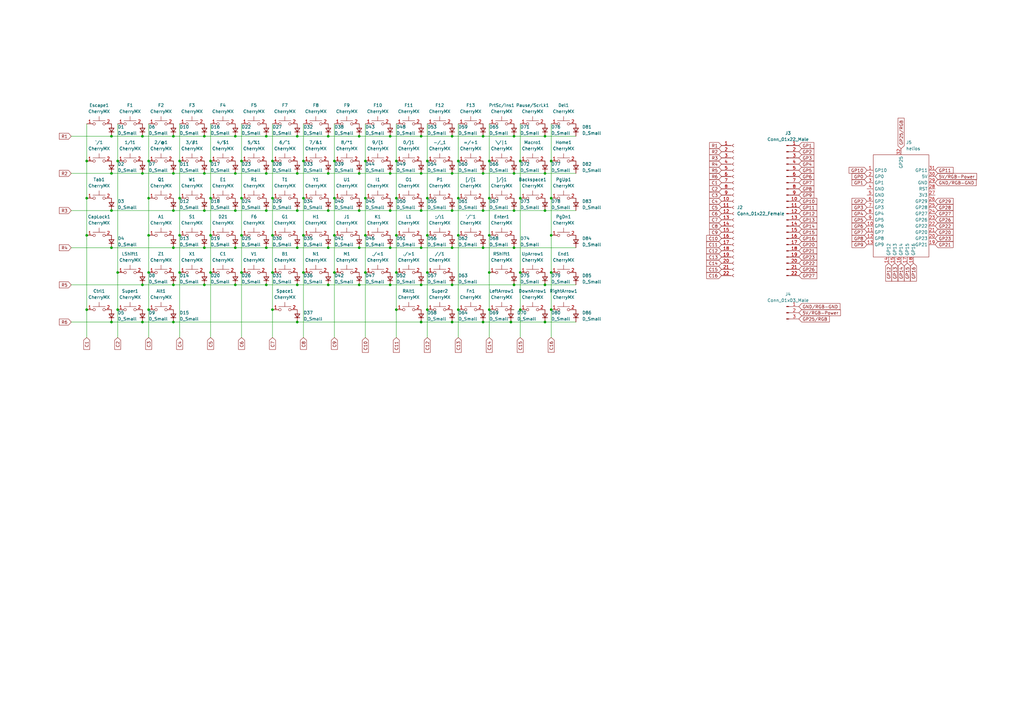
<source format=kicad_sch>
(kicad_sch (version 20211123) (generator eeschema)
  (paper "A3")
  (junction (at 226.06 81.28))
  (junction (at 99.06 96.52))
  (junction (at 96.52 116.84))
  (junction (at 175.26 96.52))
  (junction (at 71.12 55.88))
  (junction (at 124.46 66.04))
  (junction (at 160.02 116.84))
  (junction (at 226.06 66.04))
  (junction (at 187.96 81.28))
  (junction (at 124.46 96.52))
  (junction (at 172.72 86.36))
  (junction (at 71.12 132.08))
  (junction (at 73.66 81.28))
  (junction (at 137.16 81.28))
  (junction (at 187.96 96.52))
  (junction (at 83.82 55.88))
  (junction (at 198.12 132.08))
  (junction (at 58.42 132.08))
  (junction (at 48.26 111.76))
  (junction (at 134.62 55.88))
  (junction (at 160.02 86.36))
  (junction (at 200.66 66.04))
  (junction (at 83.82 116.84))
  (junction (at 160.02 101.6))
  (junction (at 185.42 55.88))
  (junction (at 48.26 66.04))
  (junction (at 134.62 101.6))
  (junction (at 185.42 101.6))
  (junction (at 198.12 71.12))
  (junction (at 73.66 96.52))
  (junction (at 162.56 96.52))
  (junction (at 226.06 127))
  (junction (at 35.56 81.28))
  (junction (at 200.66 81.28))
  (junction (at 198.12 55.88))
  (junction (at 198.12 101.6))
  (junction (at 58.42 116.84))
  (junction (at 175.26 66.04))
  (junction (at 213.36 127))
  (junction (at 35.56 66.04))
  (junction (at 48.26 127))
  (junction (at 200.66 96.52))
  (junction (at 71.12 101.6))
  (junction (at 86.36 111.76))
  (junction (at 147.32 101.6))
  (junction (at 210.82 86.36))
  (junction (at 35.56 127))
  (junction (at 99.06 81.28))
  (junction (at 175.26 111.76))
  (junction (at 121.92 101.6))
  (junction (at 60.96 127))
  (junction (at 223.52 71.12))
  (junction (at 109.22 71.12))
  (junction (at 35.56 96.52))
  (junction (at 147.32 86.36))
  (junction (at 160.02 55.88))
  (junction (at 109.22 101.6))
  (junction (at 109.22 86.36))
  (junction (at 109.22 55.88))
  (junction (at 223.52 55.88))
  (junction (at 149.86 96.52))
  (junction (at 99.06 111.76))
  (junction (at 162.56 66.04))
  (junction (at 124.46 81.28))
  (junction (at 187.96 66.04))
  (junction (at 121.92 116.84))
  (junction (at 60.96 81.28))
  (junction (at 162.56 127))
  (junction (at 175.26 81.28))
  (junction (at 175.26 127))
  (junction (at 111.76 96.52))
  (junction (at 200.66 127))
  (junction (at 147.32 71.12))
  (junction (at 134.62 71.12))
  (junction (at 71.12 86.36))
  (junction (at 111.76 127))
  (junction (at 71.12 71.12))
  (junction (at 226.06 96.52))
  (junction (at 149.86 66.04))
  (junction (at 172.72 101.6))
  (junction (at 121.92 86.36))
  (junction (at 109.22 116.84))
  (junction (at 209.55 132.08))
  (junction (at 147.32 55.88))
  (junction (at 71.12 116.84))
  (junction (at 162.56 81.28))
  (junction (at 86.36 96.52))
  (junction (at 137.16 66.04))
  (junction (at 172.72 116.84))
  (junction (at 223.52 132.08))
  (junction (at 58.42 55.88))
  (junction (at 99.06 66.04))
  (junction (at 162.56 111.76))
  (junction (at 121.92 132.08))
  (junction (at 96.52 86.36))
  (junction (at 172.72 55.88))
  (junction (at 96.52 55.88))
  (junction (at 45.72 101.6))
  (junction (at 83.82 101.6))
  (junction (at 185.42 86.36))
  (junction (at 210.82 101.6))
  (junction (at 83.82 86.36))
  (junction (at 200.66 111.76))
  (junction (at 60.96 96.52))
  (junction (at 86.36 66.04))
  (junction (at 73.66 66.04))
  (junction (at 58.42 71.12))
  (junction (at 226.06 111.76))
  (junction (at 83.82 71.12))
  (junction (at 96.52 71.12))
  (junction (at 160.02 71.12))
  (junction (at 213.36 111.76))
  (junction (at 137.16 96.52))
  (junction (at 121.92 71.12))
  (junction (at 223.52 86.36))
  (junction (at 45.72 132.08))
  (junction (at 111.76 81.28))
  (junction (at 172.72 132.08))
  (junction (at 137.16 111.76))
  (junction (at 185.42 132.08))
  (junction (at 210.82 55.88))
  (junction (at 149.86 81.28))
  (junction (at 185.42 116.84))
  (junction (at 134.62 116.84))
  (junction (at 134.62 86.36))
  (junction (at 111.76 66.04))
  (junction (at 147.32 116.84))
  (junction (at 223.52 116.84))
  (junction (at 149.86 111.76))
  (junction (at 45.72 55.88))
  (junction (at 210.82 71.12))
  (junction (at 86.36 81.28))
  (junction (at 187.96 127))
  (junction (at 213.36 81.28))
  (junction (at 45.72 71.12))
  (junction (at 121.92 55.88))
  (junction (at 124.46 111.76))
  (junction (at 60.96 111.76))
  (junction (at 45.72 86.36))
  (junction (at 198.12 86.36))
  (junction (at 172.72 71.12))
  (junction (at 185.42 71.12))
  (junction (at 210.82 116.84))
  (junction (at 96.52 101.6))
  (junction (at 60.96 66.04))
  (junction (at 73.66 111.76))
  (junction (at 213.36 66.04))
  (junction (at 111.76 111.76))
  (wire (pts (xy 185.42 71.12) (xy 198.12 71.12)))
  (wire (pts (xy 223.52 116.84) (xy 236.22 116.84)))
  (wire (pts (xy 29.21 132.08) (xy 45.72 132.08)))
  (wire (pts (xy 71.12 55.88) (xy 83.82 55.88)))
  (wire (pts (xy 226.06 81.28) (xy 226.06 96.52)))
  (wire (pts (xy 121.92 55.88) (xy 134.62 55.88)))
  (wire (pts (xy 83.82 101.6) (xy 96.52 101.6)))
  (wire (pts (xy 213.36 127) (xy 213.36 138.43)))
  (wire (pts (xy 200.66 50.8) (xy 200.66 66.04)))
  (wire (pts (xy 109.22 101.6) (xy 121.92 101.6)))
  (wire (pts (xy 198.12 86.36) (xy 210.82 86.36)))
  (wire (pts (xy 48.26 127) (xy 48.26 138.43)))
  (wire (pts (xy 96.52 86.36) (xy 109.22 86.36)))
  (wire (pts (xy 73.66 81.28) (xy 73.66 96.52)))
  (wire (pts (xy 172.72 71.12) (xy 185.42 71.12)))
  (wire (pts (xy 213.36 111.76) (xy 213.36 127)))
  (wire (pts (xy 147.32 86.36) (xy 160.02 86.36)))
  (wire (pts (xy 71.12 86.36) (xy 83.82 86.36)))
  (wire (pts (xy 147.32 55.88) (xy 160.02 55.88)))
  (wire (pts (xy 99.06 66.04) (xy 99.06 81.28)))
  (wire (pts (xy 99.06 96.52) (xy 99.06 111.76)))
  (wire (pts (xy 60.96 66.04) (xy 60.96 81.28)))
  (wire (pts (xy 29.21 116.84) (xy 58.42 116.84)))
  (wire (pts (xy 124.46 50.8) (xy 124.46 66.04)))
  (wire (pts (xy 111.76 66.04) (xy 111.76 81.28)))
  (wire (pts (xy 198.12 132.08) (xy 209.55 132.08)))
  (wire (pts (xy 58.42 116.84) (xy 71.12 116.84)))
  (wire (pts (xy 226.06 111.76) (xy 226.06 127)))
  (wire (pts (xy 185.42 55.88) (xy 198.12 55.88)))
  (wire (pts (xy 121.92 101.6) (xy 134.62 101.6)))
  (wire (pts (xy 83.82 55.88) (xy 96.52 55.88)))
  (wire (pts (xy 228.6 86.36) (xy 236.22 86.36)))
  (wire (pts (xy 121.92 71.12) (xy 134.62 71.12)))
  (wire (pts (xy 86.36 66.04) (xy 86.36 81.28)))
  (wire (pts (xy 86.36 81.28) (xy 86.36 96.52)))
  (wire (pts (xy 172.72 132.08) (xy 185.42 132.08)))
  (wire (pts (xy 198.12 71.12) (xy 210.82 71.12)))
  (wire (pts (xy 187.96 127) (xy 187.96 138.43)))
  (wire (pts (xy 45.72 101.6) (xy 71.12 101.6)))
  (wire (pts (xy 137.16 66.04) (xy 137.16 81.28)))
  (wire (pts (xy 175.26 127) (xy 175.26 138.43)))
  (wire (pts (xy 175.26 96.52) (xy 175.26 111.76)))
  (wire (pts (xy 109.22 55.88) (xy 121.92 55.88)))
  (wire (pts (xy 60.96 96.52) (xy 60.96 111.76)))
  (wire (pts (xy 48.26 50.8) (xy 48.26 66.04)))
  (wire (pts (xy 124.46 111.76) (xy 124.46 138.43)))
  (wire (pts (xy 160.02 55.88) (xy 172.72 55.88)))
  (wire (pts (xy 35.56 66.04) (xy 35.56 81.28)))
  (wire (pts (xy 60.96 127) (xy 60.96 138.43)))
  (wire (pts (xy 198.12 55.88) (xy 210.82 55.88)))
  (wire (pts (xy 213.36 81.28) (xy 213.36 111.76)))
  (wire (pts (xy 172.72 55.88) (xy 185.42 55.88)))
  (wire (pts (xy 187.96 66.04) (xy 187.96 81.28)))
  (wire (pts (xy 111.76 111.76) (xy 111.76 127)))
  (wire (pts (xy 35.56 96.52) (xy 35.56 127)))
  (wire (pts (xy 213.36 50.8) (xy 213.36 66.04)))
  (wire (pts (xy 60.96 50.8) (xy 60.96 66.04)))
  (wire (pts (xy 210.82 101.6) (xy 236.22 101.6)))
  (wire (pts (xy 35.56 50.8) (xy 35.56 66.04)))
  (wire (pts (xy 185.42 101.6) (xy 198.12 101.6)))
  (wire (pts (xy 109.22 71.12) (xy 121.92 71.12)))
  (wire (pts (xy 73.66 111.76) (xy 73.66 138.43)))
  (wire (pts (xy 121.92 86.36) (xy 134.62 86.36)))
  (wire (pts (xy 48.26 66.04) (xy 48.26 111.76)))
  (wire (pts (xy 147.32 71.12) (xy 160.02 71.12)))
  (wire (pts (xy 35.56 81.28) (xy 35.56 96.52)))
  (wire (pts (xy 137.16 96.52) (xy 137.16 111.76)))
  (wire (pts (xy 73.66 96.52) (xy 73.66 111.76)))
  (wire (pts (xy 137.16 81.28) (xy 137.16 96.52)))
  (wire (pts (xy 213.36 66.04) (xy 213.36 81.28)))
  (wire (pts (xy 162.56 111.76) (xy 162.56 127)))
  (wire (pts (xy 160.02 101.6) (xy 172.72 101.6)))
  (wire (pts (xy 175.26 111.76) (xy 175.26 127)))
  (wire (pts (xy 45.72 86.36) (xy 71.12 86.36)))
  (wire (pts (xy 45.72 132.08) (xy 58.42 132.08)))
  (wire (pts (xy 223.52 132.08) (xy 236.22 132.08)))
  (wire (pts (xy 200.66 66.04) (xy 200.66 81.28)))
  (wire (pts (xy 226.06 50.8) (xy 226.06 66.04)))
  (wire (pts (xy 223.52 55.88) (xy 236.22 55.88)))
  (wire (pts (xy 96.52 116.84) (xy 109.22 116.84)))
  (wire (pts (xy 209.55 127) (xy 210.82 127)))
  (wire (pts (xy 210.82 55.88) (xy 223.52 55.88)))
  (wire (pts (xy 111.76 50.8) (xy 111.76 66.04)))
  (wire (pts (xy 86.36 111.76) (xy 86.36 138.43)))
  (wire (pts (xy 58.42 71.12) (xy 71.12 71.12)))
  (wire (pts (xy 124.46 96.52) (xy 124.46 111.76)))
  (wire (pts (xy 58.42 132.08) (xy 71.12 132.08)))
  (wire (pts (xy 200.66 96.52) (xy 200.66 111.76)))
  (wire (pts (xy 124.46 81.28) (xy 124.46 96.52)))
  (wire (pts (xy 29.21 71.12) (xy 45.72 71.12)))
  (wire (pts (xy 175.26 66.04) (xy 175.26 81.28)))
  (wire (pts (xy 109.22 86.36) (xy 121.92 86.36)))
  (wire (pts (xy 137.16 50.8) (xy 137.16 66.04)))
  (wire (pts (xy 226.06 127) (xy 226.06 138.43)))
  (wire (pts (xy 48.26 111.76) (xy 48.26 127)))
  (wire (pts (xy 160.02 71.12) (xy 172.72 71.12)))
  (wire (pts (xy 83.82 116.84) (xy 96.52 116.84)))
  (wire (pts (xy 111.76 96.52) (xy 111.76 111.76)))
  (wire (pts (xy 198.12 101.6) (xy 210.82 101.6)))
  (wire (pts (xy 109.22 116.84) (xy 121.92 116.84)))
  (wire (pts (xy 175.26 50.8) (xy 175.26 66.04)))
  (wire (pts (xy 149.86 81.28) (xy 149.86 96.52)))
  (wire (pts (xy 99.06 111.76) (xy 99.06 138.43)))
  (wire (pts (xy 134.62 86.36) (xy 147.32 86.36)))
  (wire (pts (xy 58.42 55.88) (xy 71.12 55.88)))
  (wire (pts (xy 172.72 101.6) (xy 185.42 101.6)))
  (wire (pts (xy 162.56 127) (xy 162.56 138.43)))
  (wire (pts (xy 149.86 111.76) (xy 149.86 138.43)))
  (wire (pts (xy 73.66 50.8) (xy 73.66 66.04)))
  (wire (pts (xy 226.06 96.52) (xy 226.06 111.76)))
  (wire (pts (xy 121.92 132.08) (xy 172.72 132.08)))
  (wire (pts (xy 160.02 116.84) (xy 172.72 116.84)))
  (wire (pts (xy 185.42 132.08) (xy 198.12 132.08)))
  (wire (pts (xy 60.96 111.76) (xy 60.96 127)))
  (wire (pts (xy 160.02 86.36) (xy 172.72 86.36)))
  (wire (pts (xy 99.06 81.28) (xy 99.06 96.52)))
  (wire (pts (xy 200.66 127) (xy 200.66 138.43)))
  (wire (pts (xy 187.96 81.28) (xy 187.96 96.52)))
  (wire (pts (xy 83.82 71.12) (xy 96.52 71.12)))
  (wire (pts (xy 45.72 55.88) (xy 58.42 55.88)))
  (wire (pts (xy 60.96 81.28) (xy 60.96 96.52)))
  (wire (pts (xy 134.62 55.88) (xy 147.32 55.88)))
  (wire (pts (xy 71.12 116.84) (xy 83.82 116.84)))
  (wire (pts (xy 226.06 66.04) (xy 226.06 81.28)))
  (wire (pts (xy 149.86 66.04) (xy 149.86 81.28)))
  (wire (pts (xy 96.52 101.6) (xy 109.22 101.6)))
  (wire (pts (xy 111.76 127) (xy 111.76 138.43)))
  (wire (pts (xy 29.21 86.36) (xy 45.72 86.36)))
  (wire (pts (xy 172.72 86.36) (xy 185.42 86.36)))
  (wire (pts (xy 187.96 96.52) (xy 187.96 127)))
  (wire (pts (xy 45.72 71.12) (xy 58.42 71.12)))
  (wire (pts (xy 29.21 101.6) (xy 45.72 101.6)))
  (wire (pts (xy 121.92 116.84) (xy 134.62 116.84)))
  (wire (pts (xy 29.21 55.88) (xy 45.72 55.88)))
  (wire (pts (xy 96.52 55.88) (xy 109.22 55.88)))
  (wire (pts (xy 149.86 96.52) (xy 149.86 111.76)))
  (wire (pts (xy 223.52 71.12) (xy 236.22 71.12)))
  (wire (pts (xy 134.62 71.12) (xy 147.32 71.12)))
  (wire (pts (xy 71.12 132.08) (xy 121.92 132.08)))
  (wire (pts (xy 210.82 116.84) (xy 223.52 116.84)))
  (wire (pts (xy 111.76 81.28) (xy 111.76 96.52)))
  (wire (pts (xy 124.46 66.04) (xy 124.46 81.28)))
  (wire (pts (xy 200.66 81.28) (xy 200.66 96.52)))
  (wire (pts (xy 147.32 101.6) (xy 160.02 101.6)))
  (wire (pts (xy 210.82 86.36) (xy 223.52 86.36)))
  (wire (pts (xy 35.56 127) (xy 35.56 138.43)))
  (wire (pts (xy 149.86 50.8) (xy 149.86 66.04)))
  (wire (pts (xy 86.36 96.52) (xy 86.36 111.76)))
  (wire (pts (xy 134.62 101.6) (xy 147.32 101.6)))
  (wire (pts (xy 223.52 86.36) (xy 228.6 86.36)))
  (wire (pts (xy 187.96 50.8) (xy 187.96 66.04)))
  (wire (pts (xy 200.66 111.76) (xy 200.66 127)))
  (wire (pts (xy 172.72 116.84) (xy 185.42 116.84)))
  (wire (pts (xy 147.32 116.84) (xy 160.02 116.84)))
  (wire (pts (xy 210.82 71.12) (xy 223.52 71.12)))
  (wire (pts (xy 209.55 132.08) (xy 223.52 132.08)))
  (wire (pts (xy 185.42 86.36) (xy 198.12 86.36)))
  (wire (pts (xy 137.16 111.76) (xy 137.16 138.43)))
  (wire (pts (xy 73.66 66.04) (xy 73.66 81.28)))
  (wire (pts (xy 162.56 66.04) (xy 162.56 81.28)))
  (wire (pts (xy 99.06 50.8) (xy 99.06 66.04)))
  (wire (pts (xy 162.56 96.52) (xy 162.56 111.76)))
  (wire (pts (xy 162.56 50.8) (xy 162.56 66.04)))
  (wire (pts (xy 162.56 81.28) (xy 162.56 96.52)))
  (wire (pts (xy 185.42 116.84) (xy 210.82 116.84)))
  (wire (pts (xy 96.52 71.12) (xy 109.22 71.12)))
  (wire (pts (xy 175.26 81.28) (xy 175.26 96.52)))
  (wire (pts (xy 71.12 71.12) (xy 83.82 71.12)))
  (wire (pts (xy 83.82 86.36) (xy 96.52 86.36)))
  (wire (pts (xy 86.36 50.8) (xy 86.36 66.04)))
  (wire (pts (xy 134.62 116.84) (xy 147.32 116.84)))
  (wire (pts (xy 71.12 101.6) (xy 83.82 101.6)))
  (global_label "GP10" (shape input) (at 355.6 69.85 180) (property "Intersheet References" "${INTERSHEET_REFS}" (effects hide)))
  (global_label "GP16" (shape input) (at 327.66 97.79 0) (property "Intersheet References" "${INTERSHEET_REFS}" (effects hide)))
  (global_label "GP15" (shape input) (at 372.11 107.95 270) (property "Intersheet References" "${INTERSHEET_REFS}" (effects hide)))
  (global_label "GND{slash}RGB-GND" (shape input) (at 327.66 125.73 0) (property "Intersheet References" "${INTERSHEET_REFS}" (effects hide)))
  (global_label "GP11" (shape input) (at 327.66 85.09 0) (property "Intersheet References" "${INTERSHEET_REFS}" (effects hide)))
  (global_label "C9" (shape input) (at 295.91 95.25 180) (property "Intersheet References" "${INTERSHEET_REFS}" (effects hide)))
  (global_label "C15" (shape input) (at 213.36 138.43 270) (property "Intersheet References" "${INTERSHEET_REFS}" (effects hide)))
  (global_label "R5" (shape input) (at 29.21 116.84 180) (property "Intersheet References" "${INTERSHEET_REFS}" (effects hide)))
  (global_label "GP27" (shape input) (at 383.54 87.63 0) (property "Intersheet References" "${INTERSHEET_REFS}" (effects hide)))
  (global_label "GP6" (shape input) (at 327.66 72.39 0) (property "Intersheet References" "${INTERSHEET_REFS}" (effects hide)))
  (global_label "C13" (shape input) (at 295.91 105.41 180) (property "Intersheet References" "${INTERSHEET_REFS}" (effects hide)))
  (global_label "GND{slash}RGB-GND" (shape input) (at 383.54 74.93 0) (property "Intersheet References" "${INTERSHEET_REFS}" (effects hide)))
  (global_label "R2" (shape input) (at 29.21 71.12 180) (property "Intersheet References" "${INTERSHEET_REFS}" (effects hide)))
  (global_label "C7" (shape input) (at 111.76 138.43 270) (property "Intersheet References" "${INTERSHEET_REFS}" (effects hide)))
  (global_label "C10" (shape input) (at 295.91 97.79 180) (property "Intersheet References" "${INTERSHEET_REFS}" (effects hide)))
  (global_label "C6" (shape input) (at 295.91 87.63 180) (property "Intersheet References" "${INTERSHEET_REFS}" (effects hide)))
  (global_label "R5" (shape input) (at 295.91 69.85 180) (property "Intersheet References" "${INTERSHEET_REFS}" (effects hide)))
  (global_label "C4" (shape input) (at 295.91 82.55 180) (property "Intersheet References" "${INTERSHEET_REFS}" (effects hide)))
  (global_label "GP23" (shape input) (at 327.66 105.41 0) (property "Intersheet References" "${INTERSHEET_REFS}" (effects hide)))
  (global_label "5V{slash}RGB-Power" (shape input) (at 327.66 128.27 0) (property "Intersheet References" "${INTERSHEET_REFS}" (effects hide)))
  (global_label "GP14" (shape input) (at 327.66 92.71 0) (property "Intersheet References" "${INTERSHEET_REFS}" (effects hide)))
  (global_label "C8" (shape input) (at 295.91 92.71 180) (property "Intersheet References" "${INTERSHEET_REFS}" (effects hide)))
  (global_label "GP1" (shape input) (at 355.6 74.93 180) (property "Intersheet References" "${INTERSHEET_REFS}" (effects hide)))
  (global_label "C11" (shape input) (at 162.56 138.43 270) (property "Intersheet References" "${INTERSHEET_REFS}" (effects hide)))
  (global_label "GP29" (shape input) (at 383.54 82.55 0) (property "Intersheet References" "${INTERSHEET_REFS}" (effects hide)))
  (global_label "R2" (shape input) (at 295.91 62.23 180) (property "Intersheet References" "${INTERSHEET_REFS}" (effects hide)))
  (global_label "C4" (shape input) (at 73.66 138.43 270) (property "Intersheet References" "${INTERSHEET_REFS}" (effects hide)))
  (global_label "GP4" (shape input) (at 355.6 87.63 180) (property "Intersheet References" "${INTERSHEET_REFS}" (effects hide)))
  (global_label "GP7" (shape input) (at 327.66 74.93 0) (property "Intersheet References" "${INTERSHEET_REFS}" (effects hide)))
  (global_label "GP5" (shape input) (at 355.6 90.17 180) (property "Intersheet References" "${INTERSHEET_REFS}" (effects hide)))
  (global_label "GP23" (shape input) (at 383.54 97.79 0) (property "Intersheet References" "${INTERSHEET_REFS}" (effects hide)))
  (global_label "GP7" (shape input) (at 355.6 95.25 180) (property "Intersheet References" "${INTERSHEET_REFS}" (effects hide)))
  (global_label "GP13" (shape input) (at 367.03 107.95 270) (property "Intersheet References" "${INTERSHEET_REFS}" (effects hide)))
  (global_label "GP25{slash}RGB" (shape input) (at 369.57 60.96 90) (property "Intersheet References" "${INTERSHEET_REFS}" (effects hide)))
  (global_label "C1" (shape input) (at 35.56 138.43 270) (property "Intersheet References" "${INTERSHEET_REFS}" (effects hide)))
  (global_label "GP1" (shape input) (at 327.66 59.69 0) (property "Intersheet References" "${INTERSHEET_REFS}" (effects hide)))
  (global_label "GP3" (shape input) (at 327.66 64.77 0) (property "Intersheet References" "${INTERSHEET_REFS}" (effects hide)))
  (global_label "C15" (shape input) (at 295.91 110.49 180) (property "Intersheet References" "${INTERSHEET_REFS}" (effects hide)))
  (global_label "GP20" (shape input) (at 327.66 100.33 0) (property "Intersheet References" "${INTERSHEET_REFS}" (effects hide)))
  (global_label "GP8" (shape input) (at 327.66 77.47 0) (property "Intersheet References" "${INTERSHEET_REFS}" (effects hide)))
  (global_label "GP21" (shape input) (at 383.54 100.33 0) (property "Intersheet References" "${INTERSHEET_REFS}" (effects hide)))
  (global_label "GP2" (shape input) (at 355.6 82.55 180) (property "Intersheet References" "${INTERSHEET_REFS}" (effects hide)))
  (global_label "GP9" (shape input) (at 355.6 100.33 180) (property "Intersheet References" "${INTERSHEET_REFS}" (effects hide)))
  (global_label "R1" (shape input) (at 295.91 59.69 180) (property "Intersheet References" "${INTERSHEET_REFS}" (effects hide)))
  (global_label "C12" (shape input) (at 295.91 102.87 180) (property "Intersheet References" "${INTERSHEET_REFS}" (effects hide)))
  (global_label "C14" (shape input) (at 295.91 107.95 180) (property "Intersheet References" "${INTERSHEET_REFS}" (effects hide)))
  (global_label "C7" (shape input) (at 295.91 90.17 180) (property "Intersheet References" "${INTERSHEET_REFS}" (effects hide)))
  (global_label "GP10" (shape input) (at 327.66 82.55 0) (property "Intersheet References" "${INTERSHEET_REFS}" (effects hide)))
  (global_label "C2" (shape input) (at 295.91 77.47 180) (property "Intersheet References" "${INTERSHEET_REFS}" (effects hide)))
  (global_label "GP20" (shape input) (at 383.54 95.25 0) (property "Intersheet References" "${INTERSHEET_REFS}" (effects hide)))
  (global_label "GP25{slash}RGB" (shape input) (at 327.66 130.81 0) (property "Intersheet References" "${INTERSHEET_REFS}" (effects hide)))
  (global_label "C2" (shape input) (at 48.26 138.43 270) (property "Intersheet References" "${INTERSHEET_REFS}" (effects hide)))
  (global_label "C9" (shape input) (at 137.16 138.43 270) (property "Intersheet References" "${INTERSHEET_REFS}" (effects hide)))
  (global_label "GP14" (shape input) (at 369.57 107.95 270) (property "Intersheet References" "${INTERSHEET_REFS}" (effects hide)))
  (global_label "C16" (shape input) (at 295.91 113.03 180) (property "Intersheet References" "${INTERSHEET_REFS}" (effects hide)))
  (global_label "GP11" (shape input) (at 383.54 69.85 0) (property "Intersheet References" "${INTERSHEET_REFS}" (effects hide)))
  (global_label "C13" (shape input) (at 187.96 138.43 270) (property "Intersheet References" "${INTERSHEET_REFS}" (effects hide)))
  (global_label "R6" (shape input) (at 29.21 132.08 180) (property "Intersheet References" "${INTERSHEET_REFS}" (effects hide)))
  (global_label "GP2" (shape input) (at 327.66 62.23 0) (property "Intersheet References" "${INTERSHEET_REFS}" (effects hide)))
  (global_label "R3" (shape input) (at 295.91 64.77 180) (property "Intersheet References" "${INTERSHEET_REFS}" (effects hide)))
  (global_label "GP6" (shape input) (at 355.6 92.71 180) (property "Intersheet References" "${INTERSHEET_REFS}" (effects hide)))
  (global_label "C12" (shape input) (at 175.26 138.43 270) (property "Intersheet References" "${INTERSHEET_REFS}" (effects hide)))
  (global_label "GP16" (shape input) (at 374.65 107.95 270) (property "Intersheet References" "${INTERSHEET_REFS}" (effects hide)))
  (global_label "GP26" (shape input) (at 383.54 90.17 0) (property "Intersheet References" "${INTERSHEET_REFS}" (effects hide)))
  (global_label "5V{slash}RGB-Power" (shape input) (at 383.54 72.39 0) (property "Intersheet References" "${INTERSHEET_REFS}" (effects hide)))
  (global_label "GP27" (shape input) (at 327.66 113.03 0) (property "Intersheet References" "${INTERSHEET_REFS}" (effects hide)))
  (global_label "C10" (shape input) (at 149.86 138.43 270) (property "Intersheet References" "${INTERSHEET_REFS}" (effects hide)))
  (global_label "GP8" (shape input) (at 355.6 97.79 180) (property "Intersheet References" "${INTERSHEET_REFS}" (effects hide)))
  (global_label "C5" (shape input) (at 295.91 85.09 180) (property "Intersheet References" "${INTERSHEET_REFS}" (effects hide)))
  (global_label "GP4" (shape input) (at 327.66 67.31 0) (property "Intersheet References" "${INTERSHEET_REFS}" (effects hide)))
  (global_label "R3" (shape input) (at 29.21 86.36 180) (property "Intersheet References" "${INTERSHEET_REFS}" (effects hide)))
  (global_label "C11" (shape input) (at 295.91 100.33 180) (property "Intersheet References" "${INTERSHEET_REFS}" (effects hide)))
  (global_label "GP22" (shape input) (at 327.66 107.95 0) (property "Intersheet References" "${INTERSHEET_REFS}" (effects hide)))
  (global_label "C1" (shape input) (at 295.91 74.93 180) (property "Intersheet References" "${INTERSHEET_REFS}" (effects hide)))
  (global_label "C14" (shape input) (at 200.66 138.43 270) (property "Intersheet References" "${INTERSHEET_REFS}" (effects hide)))
  (global_label "C3" (shape input) (at 295.91 80.01 180) (property "Intersheet References" "${INTERSHEET_REFS}" (effects hide)))
  (global_label "C16" (shape input) (at 226.06 138.3955 270) (property "Intersheet References" "${INTERSHEET_REFS}" (effects hide)))
  (global_label "GP15" (shape input) (at 327.66 95.25 0) (property "Intersheet References" "${INTERSHEET_REFS}" (effects hide)))
  (global_label "C3" (shape input) (at 60.96 138.43 270) (property "Intersheet References" "${INTERSHEET_REFS}" (effects hide)))
  (global_label "GP3" (shape input) (at 355.6 85.09 180) (property "Intersheet References" "${INTERSHEET_REFS}" (effects hide)))
  (global_label "GP21" (shape input) (at 327.66 102.87 0) (property "Intersheet References" "${INTERSHEET_REFS}" (effects hide)))
  (global_label "GP22" (shape input) (at 383.54 92.71 0) (property "Intersheet References" "${INTERSHEET_REFS}" (effects hide)))
  (global_label "GP5" (shape input) (at 327.66 69.85 0) (property "Intersheet References" "${INTERSHEET_REFS}" (effects hide)))
  (global_label "R4" (shape input) (at 29.21 101.6 180) (property "Intersheet References" "${INTERSHEET_REFS}" (effects hide)))
  (global_label "GP9" (shape input) (at 327.66 80.01 0) (property "Intersheet References" "${INTERSHEET_REFS}" (effects hide)))
  (global_label "GP12" (shape input) (at 364.49 107.95 270) (property "Intersheet References" "${INTERSHEET_REFS}" (effects hide)))
  (global_label "GP0" (shape input) (at 355.6 72.39 180) (property "Intersheet References" "${INTERSHEET_REFS}" (effects hide)))
  (global_label "GP28" (shape input) (at 383.54 85.09 0) (property "Intersheet References" "${INTERSHEET_REFS}" (effects hide)))
  (global_label "GP12" (shape input) (at 327.66 87.63 0) (property "Intersheet References" "${INTERSHEET_REFS}" (effects hide)))
  (global_label "C6" (shape input) (at 99.06 138.43 270) (property "Intersheet References" "${INTERSHEET_REFS}" (effects hide)))
  (global_label "R1" (shape input) (at 29.21 55.88 180) (property "Intersheet References" "${INTERSHEET_REFS}" (effects hide)))
  (global_label "R6" (shape input) (at 295.91 72.39 180) (property "Intersheet References" "${INTERSHEET_REFS}" (effects hide)))
  (global_label "C5" (shape input) (at 86.36 138.43 270) (property "Intersheet References" "${INTERSHEET_REFS}" (effects hide)))
  (global_label "GP13" (shape input) (at 327.66 90.17 0) (property "Intersheet References" "${INTERSHEET_REFS}" (effects hide)))
  (global_label "C8" (shape input) (at 124.46 138.43 270) (property "Intersheet References" "${INTERSHEET_REFS}" (effects hide)))
  (global_label "GP26" (shape input) (at 327.66 110.49 0) (property "Intersheet References" "${INTERSHEET_REFS}" (effects hide)))
  (global_label "R4" (shape input) (at 295.91 67.31 180) (property "Intersheet References" "${INTERSHEET_REFS}" (effects hide)))
  (symbol (lib_id "CherryMX:CherryMX") (at 40.64 127 0) (unit 1)
    (property "Reference" "Ctrl1" (at 40.64 119.38 0))
    (property "Value" "CherryMX" (at 40.64 121.92 0))
    (property "Footprint" "Button_Switch_Keyboard:SW_Cherry_MX_1.25u_PCB" (effects hide))
  )
  (symbol (lib_id "Device:D_Small") (at 96.52 53.34 90) (unit 1)
    (property "Reference" "D22" (at 99.06 52.0699 90) (effects (justify right)))
    (property "Value" "D_Small" (at 99.06 54.6099 90) (effects (justify right)))
    (property "Footprint" "Diode_SMD:D_SOD-123" (effects hide))
  )
  (symbol (lib_id "CherryMX:CherryMX") (at 180.34 50.8 0) (unit 1)
    (property "Reference" "F12" (at 180.34 43.18 0))
    (property "Value" "CherryMX" (at 180.34 45.72 0))
    (property "Footprint" "Button_Switch_Keyboard:SW_Cherry_MX_1.00u_PCB" (effects hide))
  )
  (symbol (lib_id "CherryMX:CherryMX") (at 142.24 81.28 0) (unit 1)
    (property "Reference" "U1" (at 142.24 73.66 0))
    (property "Value" "CherryMX" (at 142.24 76.2 0))
    (property "Footprint" "Button_Switch_Keyboard:SW_Cherry_MX_1.00u_PCB" (effects hide))
  )
  (symbol (lib_id "CherryMX:CherryMX") (at 53.34 66.04 0) (unit 1)
    (property "Reference" "1/!1" (at 53.34 58.42 0))
    (property "Value" "CherryMX" (at 53.34 60.96 0))
    (property "Footprint" "Button_Switch_Keyboard:SW_Cherry_MX_1.00u_PCB" (effects hide))
  )
  (symbol (lib_id "CherryMX:CherryMX") (at 218.44 127 0) (unit 1)
    (property "Reference" "DownArrow1" (at 218.44 119.38 0))
    (property "Value" "CherryMX" (at 218.44 121.92 0))
    (property "Footprint" "Button_Switch_Keyboard:SW_Cherry_MX_1.00u_PCB" (effects hide))
  )
  (symbol (lib_id "Device:D_Small") (at 58.42 68.58 90) (unit 1)
    (property "Reference" "D7" (at 60.96 67.3099 90) (effects (justify right)))
    (property "Value" "D_Small" (at 60.96 69.8499 90) (effects (justify right)))
    (property "Footprint" "Diode_SMD:D_SOD-123" (effects hide))
  )
  (symbol (lib_id "CherryMX:CherryMX") (at 129.54 66.04 0) (unit 1)
    (property "Reference" "7/&1" (at 129.54 58.42 0))
    (property "Value" "CherryMX" (at 129.54 60.96 0))
    (property "Footprint" "Button_Switch_Keyboard:SW_Cherry_MX_1.00u_PCB" (effects hide))
  )
  (symbol (lib_id "CherryMX:CherryMX") (at 142.24 96.52 0) (unit 1)
    (property "Reference" "J1" (at 142.24 88.9 0))
    (property "Value" "CherryMX" (at 142.24 91.44 0))
    (property "Footprint" "Button_Switch_Keyboard:SW_Cherry_MX_1.00u_PCB" (effects hide))
  )
  (symbol (lib_id "CherryMX:CherryMX") (at 53.34 111.76 0) (unit 1)
    (property "Reference" "LShift1" (at 53.34 104.14 0))
    (property "Value" "CherryMX" (at 53.34 106.68 0))
    (property "Footprint" "Button_Switch_Keyboard:SW_Cherry_MX_2.25u_PCB" (effects hide))
  )
  (symbol (lib_id "CherryMX:CherryMX") (at 116.84 111.76 0) (unit 1)
    (property "Reference" "B1" (at 116.84 104.14 0))
    (property "Value" "CherryMX" (at 116.84 106.68 0))
    (property "Footprint" "Button_Switch_Keyboard:SW_Cherry_MX_1.00u_PCB" (effects hide))
  )
  (symbol (lib_id "CherryMX:CherryMX") (at 116.84 50.8 0) (unit 1)
    (property "Reference" "F7" (at 116.84 43.18 0))
    (property "Value" "CherryMX" (at 116.84 45.72 0))
    (property "Footprint" "Button_Switch_Keyboard:SW_Cherry_MX_1.00u_PCB" (effects hide))
  )
  (symbol (lib_id "Device:D_Small") (at 134.62 114.3 90) (unit 1)
    (property "Reference" "D42" (at 137.16 113.0299 90) (effects (justify right)))
    (property "Value" "D_Small" (at 137.16 115.5699 90) (effects (justify right)))
    (property "Footprint" "Diode_SMD:D_SOD-123" (effects hide))
  )
  (symbol (lib_id "Device:D_Small") (at 223.52 114.3 90) (unit 1)
    (property "Reference" "D79" (at 226.06 113.0299 90) (effects (justify right)))
    (property "Value" "D_Small" (at 226.06 115.5699 90) (effects (justify right)))
    (property "Footprint" "Diode_SMD:D_SOD-123" (effects hide))
  )
  (symbol (lib_id "Connector:Conn_01x22_Female") (at 300.99 85.09 0) (unit 1)
    (property "Reference" "J2" (at 302.26 85.0899 0) (effects (justify left)))
    (property "Value" "Conn_01x22_Female" (at 302.26 87.6299 0) (effects (justify left)))
    (property "Footprint" "Connector_FFC-FPC:Hirose_FH12-22S-0.5SH_1x22-1MP_P0.50mm_Horizontal" (effects hide))
  )
  (symbol (lib_id "Device:D_Small") (at 134.62 83.82 90) (unit 1)
    (property "Reference" "D40" (at 137.16 82.5499 90) (effects (justify right)))
    (property "Value" "D_Small" (at 137.16 85.0899 90) (effects (justify right)))
    (property "Footprint" "Diode_SMD:D_SOD-123" (effects hide))
  )
  (symbol (lib_id "Device:D_Small") (at 236.22 114.3 90) (unit 1)
    (property "Reference" "D85" (at 238.76 113.0299 90) (effects (justify right)))
    (property "Value" "D_Small" (at 238.76 115.5699 90) (effects (justify right)))
    (property "Footprint" "Diode_SMD:D_SOD-123" (effects hide))
  )
  (symbol (lib_id "CherryMX:CherryMX") (at 167.64 50.8 0) (unit 1)
    (property "Reference" "F11" (at 167.64 43.18 0))
    (property "Value" "CherryMX" (at 167.64 45.72 0))
    (property "Footprint" "Button_Switch_Keyboard:SW_Cherry_MX_1.00u_PCB" (effects hide))
  )
  (symbol (lib_id "Device:D_Small") (at 45.72 99.06 90) (unit 1)
    (property "Reference" "D4" (at 48.26 97.7899 90) (effects (justify right)))
    (property "Value" "D_Small" (at 48.26 100.3299 90) (effects (justify right)))
    (property "Footprint" "Diode_SMD:D_SOD-123" (effects hide))
  )
  (symbol (lib_id "Device:D_Small") (at 147.32 83.82 90) (unit 1)
    (property "Reference" "D45" (at 149.86 82.5499 90) (effects (justify right)))
    (property "Value" "D_Small" (at 149.86 85.0899 90) (effects (justify right)))
    (property "Footprint" "Diode_SMD:D_SOD-123" (effects hide))
  )
  (symbol (lib_id "CherryMX:CherryMX") (at 116.84 81.28 0) (unit 1)
    (property "Reference" "T1" (at 116.84 73.66 0))
    (property "Value" "CherryMX" (at 116.84 76.2 0))
    (property "Footprint" "Button_Switch_Keyboard:SW_Cherry_MX_1.00u_PCB" (effects hide))
  )
  (symbol (lib_id "Device:D_Small") (at 185.42 83.82 90) (unit 1)
    (property "Reference" "D61" (at 187.96 82.5499 90) (effects (justify right)))
    (property "Value" "D_Small" (at 187.96 85.0899 90) (effects (justify right)))
    (property "Footprint" "Diode_SMD:D_SOD-123" (effects hide))
  )
  (symbol (lib_id "CherryMX:CherryMX") (at 167.64 127 0) (unit 1)
    (property "Reference" "RAlt1" (at 167.64 119.38 0))
    (property "Value" "CherryMX" (at 167.64 121.92 0))
    (property "Footprint" "Button_Switch_Keyboard:SW_Cherry_MX_1.25u_PCB" (effects hide))
  )
  (symbol (lib_id "Device:D_Small") (at 172.72 129.54 90) (unit 1)
    (property "Reference" "D58" (at 175.26 128.2699 90) (effects (justify right)))
    (property "Value" "D_Small" (at 175.26 130.8099 90) (effects (justify right)))
    (property "Footprint" "Diode_SMD:D_SOD-123" (effects hide))
  )
  (symbol (lib_id "Device:D_Small") (at 210.82 114.3 90) (unit 1)
    (property "Reference" "D75" (at 213.36 113.0299 90) (effects (justify right)))
    (property "Value" "D_Small" (at 213.36 115.5699 90) (effects (justify right)))
    (property "Footprint" "Diode_SMD:D_SOD-123" (effects hide))
  )
  (symbol (lib_id "CherryMX:CherryMX") (at 167.64 96.52 0) (unit 1)
    (property "Reference" "L1" (at 167.64 88.9 0))
    (property "Value" "CherryMX" (at 167.64 91.44 0))
    (property "Footprint" "Button_Switch_Keyboard:SW_Cherry_MX_1.00u_PCB" (effects hide))
  )
  (symbol (lib_id "CherryMX:CherryMX") (at 91.44 66.04 0) (unit 1)
    (property "Reference" "4/$1" (at 91.44 58.42 0))
    (property "Value" "CherryMX" (at 91.44 60.96 0))
    (property "Footprint" "Button_Switch_Keyboard:SW_Cherry_MX_1.00u_PCB" (effects hide))
  )
  (symbol (lib_id "Device:D_Small") (at 58.42 114.3 90) (unit 1)
    (property "Reference" "D8" (at 60.96 113.0299 90) (effects (justify right)))
    (property "Value" "D_Small" (at 60.96 115.5699 90) (effects (justify right)))
    (property "Footprint" "Diode_SMD:D_SOD-123" (effects hide))
  )
  (symbol (lib_id "CherryMX:CherryMX") (at 154.94 81.28 0) (unit 1)
    (property "Reference" "I1" (at 154.94 73.66 0))
    (property "Value" "CherryMX" (at 154.94 76.2 0))
    (property "Footprint" "Button_Switch_Keyboard:SW_Cherry_MX_1.00u_PCB" (effects hide))
  )
  (symbol (lib_id "CherryMX:CherryMX") (at 129.54 96.52 0) (unit 1)
    (property "Reference" "H1" (at 129.54 88.9 0))
    (property "Value" "CherryMX" (at 129.54 91.44 0))
    (property "Footprint" "Button_Switch_Keyboard:SW_Cherry_MX_1.00u_PCB" (effects hide))
  )
  (symbol (lib_id "CherryMX:CherryMX") (at 116.84 96.52 0) (unit 1)
    (property "Reference" "G1" (at 116.84 88.9 0))
    (property "Value" "CherryMX" (at 116.84 91.44 0))
    (property "Footprint" "Button_Switch_Keyboard:SW_Cherry_MX_1.00u_PCB" (effects hide))
  )
  (symbol (lib_id "CherryMX:CherryMX") (at 193.04 127 0) (unit 1)
    (property "Reference" "Fn1" (at 193.04 119.38 0))
    (property "Value" "CherryMX" (at 193.04 121.92 0))
    (property "Footprint" "Button_Switch_Keyboard:SW_Cherry_MX_1.25u_PCB" (effects hide))
  )
  (symbol (lib_id "CherryMX:CherryMX") (at 205.74 50.8 0) (unit 1)
    (property "Reference" "PrtSc/Ins1" (at 205.74 43.18 0))
    (property "Value" "CherryMX" (at 205.74 45.72 0))
    (property "Footprint" "Button_Switch_Keyboard:SW_Cherry_MX_1.00u_PCB" (effects hide))
  )
  (symbol (lib_id "Device:D_Small") (at 198.12 129.54 90) (unit 1)
    (property "Reference" "D69" (at 200.66 128.2699 90) (effects (justify right)))
    (property "Value" "D_Small" (at 200.66 130.8099 90) (effects (justify right)))
    (property "Footprint" "Diode_SMD:D_SOD-123" (effects hide))
  )
  (symbol (lib_id "Device:D_Small") (at 160.02 114.3 90) (unit 1)
    (property "Reference" "D52" (at 162.56 113.0299 90) (effects (justify right)))
    (property "Value" "D_Small" (at 162.56 115.5699 90) (effects (justify right)))
    (property "Footprint" "Diode_SMD:D_SOD-123" (effects hide))
  )
  (symbol (lib_id "Device:D_Small") (at 198.12 53.34 90) (unit 1)
    (property "Reference" "D65" (at 200.66 52.0699 90) (effects (justify right)))
    (property "Value" "D_Small" (at 200.66 54.6099 90) (effects (justify right)))
    (property "Footprint" "Diode_SMD:D_SOD-123" (effects hide))
  )
  (symbol (lib_id "Device:D_Small") (at 109.22 53.34 90) (unit 1)
    (property "Reference" "D27" (at 111.76 52.0699 90) (effects (justify right)))
    (property "Value" "D_Small" (at 111.76 54.6099 90) (effects (justify right)))
    (property "Footprint" "Diode_SMD:D_SOD-123" (effects hide))
  )
  (symbol (lib_id "Device:D_Small") (at 236.22 99.06 90) (unit 1)
    (property "Reference" "D84" (at 238.76 97.7899 90) (effects (justify right)))
    (property "Value" "D_Small" (at 238.76 100.3299 90) (effects (justify right)))
    (property "Footprint" "Diode_SMD:D_SOD-123" (effects hide))
  )
  (symbol (lib_id "CherryMX:CherryMX") (at 91.44 81.28 0) (unit 1)
    (property "Reference" "E1" (at 91.44 73.66 0))
    (property "Value" "CherryMX" (at 91.44 76.2 0))
    (property "Footprint" "Button_Switch_Keyboard:SW_Cherry_MX_1.00u_PCB" (effects hide))
  )
  (symbol (lib_id "CherryMX:CherryMX") (at 66.04 66.04 0) (unit 1)
    (property "Reference" "2/@1" (at 66.04 58.42 0))
    (property "Value" "CherryMX" (at 66.04 60.96 0))
    (property "Footprint" "Button_Switch_Keyboard:SW_Cherry_MX_1.00u_PCB" (effects hide))
  )
  (symbol (lib_id "Device:D_Small") (at 172.72 99.06 90) (unit 1)
    (property "Reference" "D56" (at 175.26 97.7899 90) (effects (justify right)))
    (property "Value" "D_Small" (at 175.26 100.3299 90) (effects (justify right)))
    (property "Footprint" "Diode_SMD:D_SOD-123" (effects hide))
  )
  (symbol (lib_id "CherryMX:CherryMX") (at 167.64 81.28 0) (unit 1)
    (property "Reference" "O1" (at 167.64 73.66 0))
    (property "Value" "CherryMX" (at 167.64 76.2 0))
    (property "Footprint" "Button_Switch_Keyboard:SW_Cherry_MX_1.00u_PCB" (effects hide))
  )
  (symbol (lib_id "Device:D_Small") (at 172.72 68.58 90) (unit 1)
    (property "Reference" "D54" (at 175.26 67.3099 90) (effects (justify right)))
    (property "Value" "D_Small" (at 175.26 69.8499 90) (effects (justify right)))
    (property "Footprint" "Diode_SMD:D_SOD-123" (effects hide))
  )
  (symbol (lib_id "Device:D_Small") (at 96.52 83.82 90) (unit 1)
    (property "Reference" "D24" (at 99.06 82.5499 90) (effects (justify right)))
    (property "Value" "D_Small" (at 99.06 85.0899 90) (effects (justify right)))
    (property "Footprint" "Diode_SMD:D_SOD-123" (effects hide))
  )
  (symbol (lib_id "Device:D_Small") (at 147.32 114.3 90) (unit 1)
    (property "Reference" "D47" (at 149.86 113.0299 90) (effects (justify right)))
    (property "Value" "D_Small" (at 149.86 115.5699 90) (effects (justify right)))
    (property "Footprint" "Diode_SMD:D_SOD-123" (effects hide))
  )
  (symbol (lib_id "CherryMX:CherryMX") (at 231.14 96.52 0) (unit 1)
    (property "Reference" "PgDn1" (at 231.14 88.9 0))
    (property "Value" "CherryMX" (at 231.14 91.44 0))
    (property "Footprint" "Button_Switch_Keyboard:SW_Cherry_MX_1.00u_PCB" (effects hide))
  )
  (symbol (lib_id "CherryMX:CherryMX") (at 193.04 50.8 0) (unit 1)
    (property "Reference" "F13" (at 193.04 43.18 0))
    (property "Value" "CherryMX" (at 193.04 45.72 0))
    (property "Footprint" "Button_Switch_Keyboard:SW_Cherry_MX_1.00u_PCB" (effects hide))
  )
  (symbol (lib_id "Device:D_Small") (at 71.12 53.34 90) (unit 1)
    (property "Reference" "D10" (at 73.66 52.0699 90) (effects (justify right)))
    (property "Value" "D_Small" (at 73.66 54.6099 90) (effects (justify right)))
    (property "Footprint" "Diode_SMD:D_SOD-123" (effects hide))
  )
  (symbol (lib_id "Device:D_Small") (at 160.02 68.58 90) (unit 1)
    (property "Reference" "D49" (at 162.56 67.3099 90) (effects (justify right)))
    (property "Value" "D_Small" (at 162.56 69.8499 90) (effects (justify right)))
    (property "Footprint" "Diode_SMD:D_SOD-123" (effects hide))
  )
  (symbol (lib_id "CherryMX:CherryMX") (at 167.64 66.04 0) (unit 1)
    (property "Reference" "0/)1" (at 167.64 58.42 0))
    (property "Value" "CherryMX" (at 167.64 60.96 0))
    (property "Footprint" "Button_Switch_Keyboard:SW_Cherry_MX_1.00u_PCB" (effects hide))
  )
  (symbol (lib_id "Device:D_Small") (at 109.22 68.58 90) (unit 1)
    (property "Reference" "D28" (at 111.76 67.3099 90) (effects (justify right)))
    (property "Value" "D_Small" (at 111.76 69.8499 90) (effects (justify right)))
    (property "Footprint" "Diode_SMD:D_SOD-123" (effects hide))
  )
  (symbol (lib_id "CherryMX:CherryMX") (at 40.64 96.52 0) (unit 1)
    (property "Reference" "CapLock1" (at 40.64 88.9 0))
    (property "Value" "CherryMX" (at 40.64 91.44 0))
    (property "Footprint" "Button_Switch_Keyboard:SW_Cherry_MX_1.75u_PCB" (effects hide))
  )
  (symbol (lib_id "CherryMX:CherryMX") (at 231.14 50.8 0) (unit 1)
    (property "Reference" "Del1" (at 231.14 43.18 0))
    (property "Value" "CherryMX" (at 231.14 45.72 0))
    (property "Footprint" "Button_Switch_Keyboard:SW_Cherry_MX_1.00u_PCB" (effects hide))
  )
  (symbol (lib_id "Device:D_Small") (at 147.32 68.58 90) (unit 1)
    (property "Reference" "D44" (at 149.86 67.3099 90) (effects (justify right)))
    (property "Value" "D_Small" (at 149.86 69.8499 90) (effects (justify right)))
    (property "Footprint" "Diode_SMD:D_SOD-123" (effects hide))
  )
  (symbol (lib_id "Device:D_Small") (at 223.52 53.34 90) (unit 1)
    (property "Reference" "D76" (at 226.06 52.0699 90) (effects (justify right)))
    (property "Value" "D_Small" (at 226.06 54.6099 90) (effects (justify right)))
    (property "Footprint" "Diode_SMD:D_SOD-123" (effects hide))
  )
  (symbol (lib_id "Device:D_Small") (at 198.12 99.06 90) (unit 1)
    (property "Reference" "D68" (at 200.66 97.7899 90) (effects (justify right)))
    (property "Value" "D_Small" (at 200.66 100.3299 90) (effects (justify right)))
    (property "Footprint" "Diode_SMD:D_SOD-123" (effects hide))
  )
  (symbol (lib_id "Device:D_Small") (at 121.92 99.06 90) (unit 1)
    (property "Reference" "D35" (at 124.46 97.7899 90) (effects (justify right)))
    (property "Value" "D_Small" (at 124.46 100.3299 90) (effects (justify right)))
    (property "Footprint" "Diode_SMD:D_SOD-123" (effects hide))
  )
  (symbol (lib_id "Device:D_Small") (at 121.92 129.54 90) (unit 1)
    (property "Reference" "D37" (at 124.46 128.2699 90) (effects (justify right)))
    (property "Value" "D_Small" (at 124.46 130.8099 90) (effects (justify right)))
    (property "Footprint" "Diode_SMD:D_SOD-123" (effects hide))
  )
  (symbol (lib_id "Device:D_Small") (at 236.22 68.58 90) (unit 1)
    (property "Reference" "D82" (at 238.76 67.3099 90) (effects (justify right)))
    (property "Value" "D_Small" (at 238.76 69.8499 90) (effects (justify right)))
    (property "Footprint" "Diode_SMD:D_SOD-123" (effects hide))
  )
  (symbol (lib_id "Device:D_Small") (at 172.72 114.3 90) (unit 1)
    (property "Reference" "D57" (at 175.26 113.0299 90) (effects (justify right)))
    (property "Value" "D_Small" (at 175.26 115.5699 90) (effects (justify right)))
    (property "Footprint" "Diode_SMD:D_SOD-123" (effects hide))
  )
  (symbol (lib_id "Device:D_Small") (at 160.02 83.82 90) (unit 1)
    (property "Reference" "D50" (at 162.56 82.5499 90) (effects (justify right)))
    (property "Value" "D_Small" (at 162.56 85.0899 90) (effects (justify right)))
    (property "Footprint" "Diode_SMD:D_SOD-123" (effects hide))
  )
  (symbol (lib_id "CherryMX:CherryMX") (at 53.34 50.8 0) (unit 1)
    (property "Reference" "F1" (at 53.34 43.18 0))
    (property "Value" "CherryMX" (at 53.34 45.72 0))
    (property "Footprint" "Button_Switch_Keyboard:SW_Cherry_MX_1.00u_PCB" (effects hide))
  )
  (symbol (lib_id "CherryMX:CherryMX") (at 116.84 127 0) (unit 1)
    (property "Reference" "Space1" (at 116.84 119.38 0))
    (property "Value" "CherryMX" (at 116.84 121.92 0))
    (property "Footprint" "CherryMX:CherryMX_6.00u" (effects hide))
  )
  (symbol (lib_id "Device:D_Small") (at 236.22 129.54 90) (unit 1)
    (property "Reference" "D86" (at 238.76 128.2699 90) (effects (justify right)))
    (property "Value" "D_Small" (at 238.76 130.8099 90) (effects (justify right)))
    (property "Footprint" "Diode_SMD:D_SOD-123" (effects hide))
  )
  (symbol (lib_id "Device:D_Small") (at 45.72 68.58 90) (unit 1)
    (property "Reference" "D2" (at 48.26 67.3099 90) (effects (justify right)))
    (property "Value" "D_Small" (at 48.26 69.8499 90) (effects (justify right)))
    (property "Footprint" "Diode_SMD:D_SOD-123" (effects hide))
  )
  (symbol (lib_id "Connector:Conn_01x03_Male") (at 322.58 128.27 0) (unit 1)
    (property "Reference" "J4" (at 323.215 120.65 0))
    (property "Value" "Conn_01x03_Male" (at 323.215 123.19 0))
    (property "Footprint" "Connector_PinSocket_1.27mm:PinSocket_1x03_P1.27mm_Vertical" (effects hide))
  )
  (symbol (lib_id "Device:D_Small") (at 83.82 83.82 90) (unit 1)
    (property "Reference" "D18" (at 86.36 82.5499 90) (effects (justify right)))
    (property "Value" "D_Small" (at 86.36 85.0899 90) (effects (justify right)))
    (property "Footprint" "Diode_SMD:D_SOD-123" (effects hide))
  )
  (symbol (lib_id "CherryMX:CherryMX") (at 180.34 127 0) (unit 1)
    (property "Reference" "Super2" (at 180.34 119.38 0))
    (property "Value" "CherryMX" (at 180.34 121.92 0))
    (property "Footprint" "Button_Switch_Keyboard:SW_Cherry_MX_1.00u_PCB" (effects hide))
  )
  (symbol (lib_id "Device:D_Small") (at 121.92 83.82 90) (unit 1)
    (property "Reference" "D34" (at 124.46 82.5499 90) (effects (justify right)))
    (property "Value" "D_Small" (at 124.46 85.0899 90) (effects (justify right)))
    (property "Footprint" "Diode_SMD:D_SOD-123" (effects hide))
  )
  (symbol (lib_id "CherryMX:CherryMX") (at 129.54 111.76 0) (unit 1)
    (property "Reference" "N1" (at 129.54 104.14 0))
    (property "Value" "CherryMX" (at 129.54 106.68 0))
    (property "Footprint" "Button_Switch_Keyboard:SW_Cherry_MX_1.00u_PCB" (effects hide))
  )
  (symbol (lib_id "CherryMX:CherryMX") (at 218.44 50.8 0) (unit 1)
    (property "Reference" "Pause/ScrLk1" (at 218.44 43.18 0))
    (property "Value" "CherryMX" (at 218.44 45.72 0))
    (property "Footprint" "Button_Switch_Keyboard:SW_Cherry_MX_1.00u_PCB" (effects hide))
  )
  (symbol (lib_id "CherryMX:CherryMX") (at 116.84 66.04 0) (unit 1)
    (property "Reference" "6/^1" (at 116.84 58.42 0))
    (property "Value" "CherryMX" (at 116.84 60.96 0))
    (property "Footprint" "Button_Switch_Keyboard:SW_Cherry_MX_1.00u_PCB" (effects hide))
  )
  (symbol (lib_id "CherryMX:CherryMX") (at 78.74 81.28 0) (unit 1)
    (property "Reference" "W1" (at 78.74 73.66 0))
    (property "Value" "CherryMX" (at 78.74 76.2 0))
    (property "Footprint" "Button_Switch_Keyboard:SW_Cherry_MX_1.00u_PCB" (effects hide))
  )
  (symbol (lib_id "Device:D_Small") (at 83.82 68.58 90) (unit 1)
    (property "Reference" "D17" (at 86.36 67.3099 90) (effects (justify right)))
    (property "Value" "D_Small" (at 86.36 69.8499 90) (effects (justify right)))
    (property "Footprint" "Diode_SMD:D_SOD-123" (effects hide))
  )
  (symbol (lib_id "CherryMX:CherryMX") (at 66.04 50.8 0) (unit 1)
    (property "Reference" "F2" (at 66.04 43.18 0))
    (property "Value" "CherryMX" (at 66.04 45.72 0))
    (property "Footprint" "Button_Switch_Keyboard:SW_Cherry_MX_1.00u_PCB" (effects hide))
  )
  (symbol (lib_id "Device:D_Small") (at 109.22 83.82 90) (unit 1)
    (property "Reference" "D29" (at 111.76 82.5499 90) (effects (justify right)))
    (property "Value" "D_Small" (at 111.76 85.0899 90) (effects (justify right)))
    (property "Footprint" "Diode_SMD:D_SOD-123" (effects hide))
  )
  (symbol (lib_id "CherryMX:CherryMX") (at 129.54 50.8 0) (unit 1)
    (property "Reference" "F8" (at 129.54 43.18 0))
    (property "Value" "CherryMX" (at 129.54 45.72 0))
    (property "Footprint" "Button_Switch_Keyboard:SW_Cherry_MX_1.00u_PCB" (effects hide))
  )
  (symbol (lib_id "CherryMX:CherryMX") (at 154.94 96.52 0) (unit 1)
    (property "Reference" "K1" (at 154.94 88.9 0))
    (property "Value" "CherryMX" (at 154.94 91.44 0))
    (property "Footprint" "Button_Switch_Keyboard:SW_Cherry_MX_1.00u_PCB" (effects hide))
  )
  (symbol (lib_id "CherryMX:CherryMX") (at 205.74 127 0) (unit 1)
    (property "Reference" "LeftArrow1" (at 205.74 119.38 0))
    (property "Value" "CherryMX" (at 205.74 121.92 0))
    (property "Footprint" "Button_Switch_Keyboard:SW_Cherry_MX_1.00u_PCB" (effects hide))
  )
  (symbol (lib_id "Device:D_Small") (at 71.12 99.06 90) (unit 1)
    (property "Reference" "D13" (at 73.66 97.7899 90) (effects (justify right)))
    (property "Value" "D_Small" (at 73.66 100.3299 90) (effects (justify right)))
    (property "Footprint" "Diode_SMD:D_SOD-123" (effects hide))
  )
  (symbol (lib_id "CherryMX:CherryMX") (at 78.74 66.04 0) (unit 1)
    (property "Reference" "3/#1" (at 78.74 58.42 0))
    (property "Value" "CherryMX" (at 78.74 60.96 0))
    (property "Footprint" "Button_Switch_Keyboard:SW_Cherry_MX_1.00u_PCB" (effects hide))
  )
  (symbol (lib_id "Device:D_Small") (at 121.92 114.3 90) (unit 1)
    (property "Reference" "D36" (at 124.46 113.0299 90) (effects (justify right)))
    (property "Value" "D_Small" (at 124.46 115.5699 90) (effects (justify right)))
    (property "Footprint" "Diode_SMD:D_SOD-123" (effects hide))
  )
  (symbol (lib_id "Device:D_Small") (at 185.42 129.54 90) (unit 1)
    (property "Reference" "D64" (at 187.96 128.2699 90) (effects (justify right)))
    (property "Value" "D_Small" (at 187.96 130.8099 90) (effects (justify right)))
    (property "Footprint" "Diode_SMD:D_SOD-123" (effects hide))
  )
  (symbol (lib_id "CherryMX:CherryMX") (at 66.04 127 0) (unit 1)
    (property "Reference" "Alt1" (at 66.04 119.38 0))
    (property "Value" "CherryMX" (at 66.04 121.92 0))
    (property "Footprint" "Button_Switch_Keyboard:SW_Cherry_MX_1.25u_PCB" (effects hide))
  )
  (symbol (lib_id "CherryMX:CherryMX") (at 218.44 81.28 0) (unit 1)
    (property "Reference" "Backspace1" (at 218.44 73.66 0))
    (property "Value" "CherryMX" (at 218.44 76.2 0))
    (property "Footprint" "Button_Switch_Keyboard:SW_Cherry_MX_1.50u_PCB" (effects hide))
  )
  (symbol (lib_id "CherryMX:CherryMX") (at 40.64 66.04 0) (unit 1)
    (property "Reference" "`/1" (at 40.64 58.42 0))
    (property "Value" "CherryMX" (at 40.64 60.96 0))
    (property "Footprint" "Button_Switch_Keyboard:SW_Cherry_MX_1.00u_PCB" (effects hide))
  )
  (symbol (lib_id "CherryMX:CherryMX") (at 193.04 66.04 0) (unit 1)
    (property "Reference" "=/+1" (at 193.04 58.42 0))
    (property "Value" "CherryMX" (at 193.04 60.96 0))
    (property "Footprint" "Button_Switch_Keyboard:SW_Cherry_MX_1.00u_PCB" (effects hide))
  )
  (symbol (lib_id "CherryMX:CherryMX") (at 180.34 96.52 0) (unit 1)
    (property "Reference" ";/:1" (at 180.34 88.9 0))
    (property "Value" "CherryMX" (at 180.34 91.44 0))
    (property "Footprint" "Button_Switch_Keyboard:SW_Cherry_MX_1.00u_PCB" (effects hide))
  )
  (symbol (lib_id "Device:D_Small") (at 58.42 129.54 90) (unit 1)
    (property "Reference" "D9" (at 60.96 128.2699 90) (effects (justify right)))
    (property "Value" "D_Small" (at 60.96 130.8099 90) (effects (justify right)))
    (property "Footprint" "Diode_SMD:D_SOD-123" (effects hide))
  )
  (symbol (lib_id "Device:D_Small") (at 210.82 99.06 90) (unit 1)
    (property "Reference" "D74" (at 213.36 97.7899 90) (effects (justify right)))
    (property "Value" "D_Small" (at 213.36 100.3299 90) (effects (justify right)))
    (property "Footprint" "Diode_SMD:D_SOD-123" (effects hide))
  )
  (symbol (lib_id "Device:D_Small") (at 209.55 129.54 90) (unit 1)
    (property "Reference" "D70" (at 212.09 128.2699 90) (effects (justify right)))
    (property "Value" "D_Small" (at 212.09 130.8099 90) (effects (justify right)))
    (property "Footprint" "Diode_SMD:D_SOD-123" (effects hide))
  )
  (symbol (lib_id "Device:D_Small") (at 223.52 68.58 90) (unit 1)
    (property "Reference" "D77" (at 226.06 67.31 90) (effects (justify right)))
    (property "Value" "D_Small" (at 226.06 69.85 90) (effects (justify right)))
    (property "Footprint" "Diode_SMD:D_SOD-123" (effects hide))
  )
  (symbol (lib_id "CherryMX:CherryMX") (at 193.04 81.28 0) (unit 1)
    (property "Reference" "[/{1" (at 193.04 73.66 0))
    (property "Value" "CherryMX" (at 193.04 76.2 0))
    (property "Footprint" "Button_Switch_Keyboard:SW_Cherry_MX_1.00u_PCB" (effects hide))
  )
  (symbol (lib_id "CherryMX:CherryMX") (at 142.24 50.8 0) (unit 1)
    (property "Reference" "F9" (at 142.24 43.18 0))
    (property "Value" "CherryMX" (at 142.24 45.72 0))
    (property "Footprint" "Button_Switch_Keyboard:SW_Cherry_MX_1.00u_PCB" (effects hide))
  )
  (symbol (lib_id "Connector:Conn_01x22_Male") (at 322.58 85.09 0) (unit 1)
    (property "Reference" "J3" (at 323.215 54.61 0))
    (property "Value" "Conn_01x22_Male" (at 323.215 57.15 0))
    (property "Footprint" "Connector_FFC-FPC:Hirose_FH12-22S-0.5SH_1x22-1MP_P0.50mm_Horizontal" (effects hide))
  )
  (symbol (lib_id "CherryMX:CherryMX") (at 180.34 111.76 0) (unit 1)
    (property "Reference" "//1" (at 180.34 104.14 0))
    (property "Value" "CherryMX" (at 180.34 106.68 0))
    (property "Footprint" "Button_Switch_Keyboard:SW_Cherry_MX_1.00u_PCB" (effects hide))
  )
  (symbol (lib_id "Device:D_Small") (at 45.72 83.82 90) (unit 1)
    (property "Reference" "D3" (at 48.26 82.5499 90) (effects (justify right)))
    (property "Value" "D_Small" (at 48.26 85.0899 90) (effects (justify right)))
    (property "Footprint" "Diode_SMD:D_SOD-123" (effects hide))
  )
  (symbol (lib_id "Device:D_Small") (at 71.12 114.3 90) (unit 1)
    (property "Reference" "D14" (at 73.66 113.0299 90) (effects (justify right)))
    (property "Value" "D_Small" (at 73.66 115.5699 90) (effects (justify right)))
    (property "Footprint" "Diode_SMD:D_SOD-123" (effects hide))
  )
  (symbol (lib_id "CherryMX:CherryMX") (at 91.44 96.52 0) (unit 1)
    (property "Reference" "D21" (at 91.44 88.9 0))
    (property "Value" "CherryMX" (at 91.44 91.44 0))
    (property "Footprint" "Button_Switch_Keyboard:SW_Cherry_MX_1.00u_PCB" (effects hide))
  )
  (symbol (lib_id "Device:D_Small") (at 223.52 129.54 90) (unit 1)
    (property "Reference" "D80" (at 226.06 128.2699 90) (effects (justify right)))
    (property "Value" "D_Small" (at 226.06 130.8099 90) (effects (justify right)))
    (property "Footprint" "Diode_SMD:D_SOD-123" (effects hide))
  )
  (symbol (lib_id "Device:D_Small") (at 160.02 99.06 90) (unit 1)
    (property "Reference" "D51" (at 162.56 97.7899 90) (effects (justify right)))
    (property "Value" "D_Small" (at 162.56 100.3299 90) (effects (justify right)))
    (property "Footprint" "Diode_SMD:D_SOD-123" (effects hide))
  )
  (symbol (lib_id "Device:D_Small") (at 71.12 68.58 90) (unit 1)
    (property "Reference" "D11" (at 73.66 67.3099 90) (effects (justify right)))
    (property "Value" "D_Small" (at 73.66 69.8499 90) (effects (justify right)))
    (property "Footprint" "Diode_SMD:D_SOD-123" (effects hide))
  )
  (symbol (lib_id "Device:D_Small") (at 210.82 68.58 90) (unit 1)
    (property "Reference" "D72" (at 213.36 67.3099 90) (effects (justify right)))
    (property "Value" "D_Small" (at 213.36 69.8499 90) (effects (justify right)))
    (property "Footprint" "Diode_SMD:D_SOD-123" (effects hide))
  )
  (symbol (lib_id "CherryMX:CherryMX") (at 142.24 111.76 0) (unit 1)
    (property "Reference" "M1" (at 142.24 104.14 0))
    (property "Value" "CherryMX" (at 142.24 106.68 0))
    (property "Footprint" "Button_Switch_Keyboard:SW_Cherry_MX_1.00u_PCB" (effects hide))
  )
  (symbol (lib_id "Device:D_Small") (at 45.72 53.34 90) (unit 1)
    (property "Reference" "D1" (at 48.26 52.0699 90) (effects (justify right)))
    (property "Value" "D_Small" (at 48.26 54.6099 90) (effects (justify right)))
    (property "Footprint" "Diode_SMD:D_SOD-123" (effects hide))
  )
  (symbol (lib_id "Device:D_Small") (at 185.42 53.34 90) (unit 1)
    (property "Reference" "D59" (at 187.96 52.0699 90) (effects (justify right)))
    (property "Value" "D_Small" (at 187.96 54.6099 90) (effects (justify right)))
    (property "Footprint" "Diode_SMD:D_SOD-123" (effects hide))
  )
  (symbol (lib_id "CherryMX:CherryMX") (at 91.44 50.8 0) (unit 1)
    (property "Reference" "F4" (at 91.44 43.18 0))
    (property "Value" "CherryMX" (at 91.44 45.72 0))
    (property "Footprint" "Button_Switch_Keyboard:SW_Cherry_MX_1.00u_PCB" (effects hide))
  )
  (symbol (lib_id "CherryMX:CherryMX") (at 104.14 66.04 0) (unit 1)
    (property "Reference" "5/%1" (at 104.14 58.42 0))
    (property "Value" "CherryMX" (at 104.14 60.96 0))
    (property "Footprint" "Button_Switch_Keyboard:SW_Cherry_MX_1.00u_PCB" (effects hide))
  )
  (symbol (lib_id "CherryMX:CherryMX") (at 231.14 66.04 0) (unit 1)
    (property "Reference" "Home1" (at 231.14 58.42 0))
    (property "Value" "CherryMX" (at 231.14 60.96 0))
    (property "Footprint" "Button_Switch_Keyboard:SW_Cherry_MX_1.00u_PCB" (effects hide))
  )
  (symbol (lib_id "Device:D_Small") (at 71.12 83.82 90) (unit 1)
    (property "Reference" "D12" (at 73.66 82.5499 90) (effects (justify right)))
    (property "Value" "D_Small" (at 73.66 85.0899 90) (effects (justify right)))
    (property "Footprint" "Diode_SMD:D_SOD-123" (effects hide))
  )
  (symbol (lib_id "CherryMX:CherryMX") (at 66.04 111.76 0) (unit 1)
    (property "Reference" "Z1" (at 66.04 104.14 0))
    (property "Value" "CherryMX" (at 66.04 106.68 0))
    (property "Footprint" "Button_Switch_Keyboard:SW_Cherry_MX_1.00u_PCB" (effects hide))
  )
  (symbol (lib_id "CherryMX:CherryMX") (at 218.44 66.04 0) (unit 1)
    (property "Reference" "Macro1" (at 218.44 58.42 0))
    (property "Value" "CherryMX" (at 218.44 60.96 0))
    (property "Footprint" "Button_Switch_Keyboard:SW_Cherry_MX_1.00u_PCB" (effects hide))
  )
  (symbol (lib_id "CherryMX:CherryMX") (at 154.94 50.8 0) (unit 1)
    (property "Reference" "F10" (at 154.94 43.18 0))
    (property "Value" "CherryMX" (at 154.94 45.72 0))
    (property "Footprint" "Button_Switch_Keyboard:SW_Cherry_MX_1.00u_PCB" (effects hide))
  )
  (symbol (lib_id "Device:D_Small") (at 83.82 114.3 90) (unit 1)
    (property "Reference" "D20" (at 86.36 113.0299 90) (effects (justify right)))
    (property "Value" "D_Small" (at 86.36 115.5699 90) (effects (justify right)))
    (property "Footprint" "Diode_SMD:D_SOD-123" (effects hide))
  )
  (symbol (lib_id "CherryMX:CherryMX") (at 104.14 111.76 0) (unit 1)
    (property "Reference" "V1" (at 104.14 104.14 0))
    (property "Value" "CherryMX" (at 104.14 106.68 0))
    (property "Footprint" "Button_Switch_Keyboard:SW_Cherry_MX_1.00u_PCB" (effects hide))
  )
  (symbol (lib_id "CherryMX:CherryMX") (at 104.14 50.8 0) (unit 1)
    (property "Reference" "F5" (at 104.14 43.18 0))
    (property "Value" "CherryMX" (at 104.14 45.72 0))
    (property "Footprint" "Button_Switch_Keyboard:SW_Cherry_MX_1.00u_PCB" (effects hide))
  )
  (symbol (lib_id "CherryMX:CherryMX") (at 180.34 81.28 0) (unit 1)
    (property "Reference" "P1" (at 180.34 73.66 0))
    (property "Value" "CherryMX" (at 180.34 76.2 0))
    (property "Footprint" "Button_Switch_Keyboard:SW_Cherry_MX_1.00u_PCB" (effects hide))
  )
  (symbol (lib_id "Device:D_Small") (at 172.72 83.82 90) (unit 1)
    (property "Reference" "D55" (at 175.26 82.5499 90) (effects (justify right)))
    (property "Value" "D_Small" (at 175.26 85.0899 90) (effects (justify right)))
    (property "Footprint" "Diode_SMD:D_SOD-123" (effects hide))
  )
  (symbol (lib_id "CherryMX:CherryMX") (at 205.74 81.28 0) (unit 1)
    (property "Reference" "]/}1" (at 205.74 73.66 0))
    (property "Value" "CherryMX" (at 205.74 76.2 0))
    (property "Footprint" "Button_Switch_Keyboard:SW_Cherry_MX_1.00u_PCB" (effects hide))
  )
  (symbol (lib_id "Device:D_Small") (at 96.52 68.58 90) (unit 1)
    (property "Reference" "D23" (at 99.06 67.3099 90) (effects (justify right)))
    (property "Value" "D_Small" (at 99.06 69.8499 90) (effects (justify right)))
    (property "Footprint" "Diode_SMD:D_SOD-123" (effects hide))
  )
  (symbol (lib_id "CherryMX:CherryMX") (at 231.14 127 0) (unit 1)
    (property "Reference" "RightArrow1" (at 231.14 119.38 0))
    (property "Value" "CherryMX" (at 231.14 121.92 0))
    (property "Footprint" "Button_Switch_Keyboard:SW_Cherry_MX_1.00u_PCB" (effects hide))
  )
  (symbol (lib_id "Device:D_Small") (at 147.32 53.34 90) (unit 1)
    (property "Reference" "D43" (at 149.86 52.0699 90) (effects (justify right)))
    (property "Value" "D_Small" (at 149.86 54.6099 90) (effects (justify right)))
    (property "Footprint" "Diode_SMD:D_SOD-123" (effects hide))
  )
  (symbol (lib_id "Device:D_Small") (at 83.82 53.34 90) (unit 1)
    (property "Reference" "D16" (at 86.36 52.0699 90) (effects (justify right)))
    (property "Value" "D_Small" (at 86.36 54.6099 90) (effects (justify right)))
    (property "Footprint" "Diode_SMD:D_SOD-123" (effects hide))
  )
  (symbol (lib_id "Device:D_Small") (at 134.62 99.06 90) (unit 1)
    (property "Reference" "D41" (at 137.16 97.7899 90) (effects (justify right)))
    (property "Value" "D_Small" (at 137.16 100.3299 90) (effects (justify right)))
    (property "Footprint" "Diode_SMD:D_SOD-123" (effects hide))
  )
  (symbol (lib_id "CherryMX:CherryMX") (at 40.64 81.28 0) (unit 1)
    (property "Reference" "Tab1" (at 40.64 73.66 0))
    (property "Value" "CherryMX" (at 40.64 76.2 0))
    (property "Footprint" "Button_Switch_Keyboard:SW_Cherry_MX_1.50u_PCB" (effects hide))
  )
  (symbol (lib_id "Device:D_Small") (at 58.42 53.34 90) (unit 1)
    (property "Reference" "D6" (at 60.96 52.0699 90) (effects (justify right)))
    (property "Value" "D_Small" (at 60.96 54.6099 90) (effects (justify right)))
    (property "Footprint" "Diode_SMD:D_SOD-123" (effects hide))
  )
  (symbol (lib_id "CherryMX:CherryMX") (at 231.14 111.76 0) (unit 1)
    (property "Reference" "End1" (at 231.14 104.14 0))
    (property "Value" "CherryMX" (at 231.14 106.68 0))
    (property "Footprint" "Button_Switch_Keyboard:SW_Cherry_MX_1.00u_PCB" (effects hide))
  )
  (symbol (lib_id "CherryMX:CherryMX") (at 129.54 81.28 0) (unit 1)
    (property "Reference" "Y1" (at 129.54 73.66 0))
    (property "Value" "CherryMX" (at 129.54 76.2 0))
    (property "Footprint" "Button_Switch_Keyboard:SW_Cherry_MX_1.00u_PCB" (effects hide))
  )
  (symbol (lib_id "CherryMX:CherryMX") (at 40.64 50.8 0) (unit 1)
    (property "Reference" "Escape1" (at 40.64 43.18 0))
    (property "Value" "CherryMX" (at 40.64 45.72 0))
    (property "Footprint" "Button_Switch_Keyboard:SW_Cherry_MX_1.00u_PCB" (effects hide))
  )
  (symbol (lib_id "Device:D_Small") (at 210.82 83.82 90) (unit 1)
    (property "Reference" "D73" (at 213.36 82.5499 90) (effects (justify right)))
    (property "Value" "D_Small" (at 213.36 85.0899 90) (effects (justify right)))
    (property "Footprint" "Diode_SMD:D_SOD-123" (effects hide))
  )
  (symbol (lib_id "Device:D_Small") (at 185.42 68.58 90) (unit 1)
    (property "Reference" "D60" (at 187.96 67.3099 90) (effects (justify right)))
    (property "Value" "D_Small" (at 187.96 69.8499 90) (effects (justify right)))
    (property "Footprint" "Diode_SMD:D_SOD-123" (effects hide))
  )
  (symbol (lib_id "CherryMX:CherryMX") (at 78.74 111.76 0) (unit 1)
    (property "Reference" "X1" (at 78.74 104.14 0))
    (property "Value" "CherryMX" (at 78.74 106.68 0))
    (property "Footprint" "Button_Switch_Keyboard:SW_Cherry_MX_1.00u_PCB" (effects hide))
  )
  (symbol (lib_id "Device:D_Small") (at 198.12 83.82 90) (unit 1)
    (property "Reference" "D67" (at 200.66 82.55 90) (effects (justify right)))
    (property "Value" "D_Small" (at 200.66 85.09 90) (effects (justify right)))
    (property "Footprint" "Diode_SMD:D_SOD-123" (effects hide))
  )
  (symbol (lib_id "Device:D_Small") (at 236.22 53.34 90) (unit 1)
    (property "Reference" "D81" (at 238.76 52.0699 90) (effects (justify right)))
    (property "Value" "D_Small" (at 238.76 54.6099 90) (effects (justify right)))
    (property "Footprint" "Diode_SMD:D_SOD-123" (effects hide))
  )
  (symbol (lib_id "CherryMX:CherryMX") (at 66.04 96.52 0) (unit 1)
    (property "Reference" "A1" (at 66.04 88.9 0))
    (property "Value" "CherryMX" (at 66.04 91.44 0))
    (property "Footprint" "Button_Switch_Keyboard:SW_Cherry_MX_1.00u_PCB" (effects hide))
  )
  (symbol (lib_id "0xcb:helios") (at 369.57 85.09 0) (unit 1)
    (property "Reference" "J5" (at 371.5894 58.42 0) (effects (justify left)))
    (property "Value" "helios" (at 371.5894 60.96 0) (effects (justify left)))
    (property "Footprint" "0xCB-HeliosFootprint:helios" (effects hide))
  )
  (symbol (lib_id "Device:D_Small") (at 134.62 68.58 90) (unit 1)
    (property "Reference" "D39" (at 137.16 67.3099 90) (effects (justify right)))
    (property "Value" "D_Small" (at 137.16 69.8499 90) (effects (justify right)))
    (property "Footprint" "Diode_SMD:D_SOD-123" (effects hide))
  )
  (symbol (lib_id "CherryMX:CherryMX") (at 205.74 96.52 0) (unit 1)
    (property "Reference" "Enter1" (at 205.74 88.9 0))
    (property "Value" "CherryMX" (at 205.74 91.44 0))
    (property "Footprint" "Button_Switch_Keyboard:SW_Cherry_MX_2.25u_PCB" (effects hide))
  )
  (symbol (lib_id "CherryMX:CherryMX") (at 218.44 111.76 0) (unit 1)
    (property "Reference" "UpArrow1" (at 218.44 104.14 0))
    (property "Value" "CherryMX" (at 218.44 106.68 0))
    (property "Footprint" "Button_Switch_Keyboard:SW_Cherry_MX_1.00u_PCB" (effects hide))
  )
  (symbol (lib_id "Device:D_Small") (at 236.22 83.82 90) (unit 1)
    (property "Reference" "D83" (at 238.76 82.5499 90) (effects (justify right)))
    (property "Value" "D_Small" (at 238.76 85.0899 90) (effects (justify right)))
    (property "Footprint" "Diode_SMD:D_SOD-123" (effects hide))
  )
  (symbol (lib_id "CherryMX:CherryMX") (at 180.34 66.04 0) (unit 1)
    (property "Reference" "-/_1" (at 180.34 58.42 0))
    (property "Value" "CherryMX" (at 180.34 60.96 0))
    (property "Footprint" "Button_Switch_Keyboard:SW_Cherry_MX_1.00u_PCB" (effects hide))
  )
  (symbol (lib_id "CherryMX:CherryMX") (at 205.74 111.76 0) (unit 1)
    (property "Reference" "RShift1" (at 205.74 104.14 0))
    (property "Value" "CherryMX" (at 205.74 106.68 0))
    (property "Footprint" "Button_Switch_Keyboard:SW_Cherry_MX_1.75u_PCB" (effects hide))
  )
  (symbol (lib_id "CherryMX:CherryMX") (at 231.14 81.28 0) (unit 1)
    (property "Reference" "PgUp1" (at 231.14 73.66 0))
    (property "Value" "CherryMX" (at 231.14 76.2 0))
    (property "Footprint" "Button_Switch_Keyboard:SW_Cherry_MX_1.00u_PCB" (effects hide))
  )
  (symbol (lib_id "Device:D_Small") (at 121.92 53.34 90) (unit 1)
    (property "Reference" "D32" (at 124.46 52.0699 90) (effects (justify right)))
    (property "Value" "D_Small" (at 124.46 54.6099 90) (effects (justify right)))
    (property "Footprint" "Diode_SMD:D_SOD-123" (effects hide))
  )
  (symbol (lib_id "CherryMX:CherryMX") (at 78.74 96.52 0) (unit 1)
    (property "Reference" "S1" (at 78.74 88.9 0))
    (property "Value" "CherryMX" (at 78.74 91.44 0))
    (property "Footprint" "Button_Switch_Keyboard:SW_Cherry_MX_1.00u_PCB" (effects hide))
  )
  (symbol (lib_id "Device:D_Small") (at 96.52 99.06 90) (unit 1)
    (property "Reference" "D25" (at 99.06 97.7899 90) (effects (justify right)))
    (property "Value" "D_Small" (at 99.06 100.3299 90) (effects (justify right)))
    (property "Footprint" "Diode_SMD:D_SOD-123" (effects hide))
  )
  (symbol (lib_id "CherryMX:CherryMX") (at 154.94 66.04 0) (unit 1)
    (property "Reference" "9/(1" (at 154.94 58.42 0))
    (property "Value" "CherryMX" (at 154.94 60.96 0))
    (property "Footprint" "Button_Switch_Keyboard:SW_Cherry_MX_1.00u_PCB" (effects hide))
  )
  (symbol (lib_id "CherryMX:CherryMX") (at 167.64 111.76 0) (unit 1)
    (property "Reference" "./>1" (at 167.64 104.14 0))
    (property "Value" "CherryMX" (at 167.64 106.68 0))
    (property "Footprint" "Button_Switch_Keyboard:SW_Cherry_MX_1.00u_PCB" (effects hide))
  )
  (symbol (lib_id "Device:D_Small") (at 109.22 114.3 90) (unit 1)
    (property "Reference" "D31" (at 111.76 113.0299 90) (effects (justify right)))
    (property "Value" "D_Small" (at 111.76 115.5699 90) (effects (justify right)))
    (property "Footprint" "Diode_SMD:D_SOD-123" (effects hide))
  )
  (symbol (lib_id "CherryMX:CherryMX") (at 66.04 81.28 0) (unit 1)
    (property "Reference" "Q1" (at 66.04 73.66 0))
    (property "Value" "CherryMX" (at 66.04 76.2 0))
    (property "Footprint" "Button_Switch_Keyboard:SW_Cherry_MX_1.00u_PCB" (effects hide))
  )
  (symbol (lib_id "Device:D_Small") (at 109.22 99.06 90) (unit 1)
    (property "Reference" "D30" (at 111.76 97.7899 90) (effects (justify right)))
    (property "Value" "D_Small" (at 111.76 100.3299 90) (effects (justify right)))
    (property "Footprint" "Diode_SMD:D_SOD-123" (effects hide))
  )
  (symbol (lib_id "Device:D_Small") (at 223.52 83.82 90) (unit 1)
    (property "Reference" "D78" (at 226.06 82.55 90) (effects (justify right)))
    (property "Value" "D_Small" (at 226.06 85.09 90) (effects (justify right)))
    (property "Footprint" "Diode_SMD:D_SOD-123" (effects hide))
  )
  (symbol (lib_id "Device:D_Small") (at 71.12 129.54 90) (unit 1)
    (property "Reference" "D15" (at 73.66 128.2699 90) (effects (justify right)))
    (property "Value" "D_Small" (at 73.66 130.8099 90) (effects (justify right)))
    (property "Footprint" "Diode_SMD:D_SOD-123" (effects hide))
  )
  (symbol (lib_id "Device:D_Small") (at 96.52 114.3 90) (unit 1)
    (property "Reference" "D26" (at 99.06 113.0299 90) (effects (justify right)))
    (property "Value" "D_Small" (at 99.06 115.5699 90) (effects (justify right)))
    (property "Footprint" "Diode_SMD:D_SOD-123" (effects hide))
  )
  (symbol (lib_id "Device:D_Small") (at 83.82 99.06 90) (unit 1)
    (property "Reference" "D19" (at 86.36 97.7899 90) (effects (justify right)))
    (property "Value" "D_Small" (at 86.36 100.3299 90) (effects (justify right)))
    (property "Footprint" "Diode_SMD:D_SOD-123" (effects hide))
  )
  (symbol (lib_id "Device:D_Small") (at 147.32 99.06 90) (unit 1)
    (property "Reference" "D46" (at 149.86 97.7899 90) (effects (justify right)))
    (property "Value" "D_Small" (at 149.86 100.3299 90) (effects (justify right)))
    (property "Footprint" "Diode_SMD:D_SOD-123" (effects hide))
  )
  (symbol (lib_id "CherryMX:CherryMX") (at 142.24 66.04 0) (unit 1)
    (property "Reference" "8/*1" (at 142.24 58.42 0))
    (property "Value" "CherryMX" (at 142.24 60.96 0))
    (property "Footprint" "Button_Switch_Keyboard:SW_Cherry_MX_1.00u_PCB" (effects hide))
  )
  (symbol (lib_id "Device:D_Small") (at 185.42 114.3 90) (unit 1)
    (property "Reference" "D63" (at 187.96 113.0299 90) (effects (justify right)))
    (property "Value" "D_Small" (at 187.96 115.5699 90) (effects (justify right)))
    (property "Footprint" "Diode_SMD:D_SOD-123" (effects hide))
  )
  (symbol (lib_id "CherryMX:CherryMX") (at 53.34 127 0) (unit 1)
    (property "Reference" "Super1" (at 53.34 119.38 0))
    (property "Value" "CherryMX" (at 53.34 121.92 0))
    (property "Footprint" "Button_Switch_Keyboard:SW_Cherry_MX_1.00u_PCB" (effects hide))
  )
  (symbol (lib_id "CherryMX:CherryMX") (at 154.94 111.76 0) (unit 1)
    (property "Reference" ",/<1" (at 154.94 104.14 0))
    (property "Value" "CherryMX" (at 154.94 106.68 0))
    (property "Footprint" "Button_Switch_Keyboard:SW_Cherry_MX_1.00u_PCB" (effects hide))
  )
  (symbol (lib_id "Device:D_Small") (at 45.72 129.54 90) (unit 1)
    (property "Reference" "D5" (at 48.26 128.2699 90) (effects (justify right)))
    (property "Value" "D_Small" (at 48.26 130.8099 90) (effects (justify right)))
    (property "Footprint" "Diode_SMD:D_SOD-123" (effects hide))
  )
  (symbol (lib_id "CherryMX:CherryMX") (at 104.14 81.28 0) (unit 1)
    (property "Reference" "R1" (at 104.14 73.66 0))
    (property "Value" "CherryMX" (at 104.14 76.2 0))
    (property "Footprint" "Button_Switch_Keyboard:SW_Cherry_MX_1.00u_PCB" (effects hide))
  )
  (symbol (lib_id "Device:D_Small") (at 134.62 53.34 90) (unit 1)
    (property "Reference" "D38" (at 137.16 52.0699 90) (effects (justify right)))
    (property "Value" "D_Small" (at 137.16 54.6099 90) (effects (justify right)))
    (property "Footprint" "Diode_SMD:D_SOD-123" (effects hide))
  )
  (symbol (lib_id "Device:D_Small") (at 121.92 68.58 90) (unit 1)
    (property "Reference" "D33" (at 124.46 67.3099 90) (effects (justify right)))
    (property "Value" "D_Small" (at 124.46 69.8499 90) (effects (justify right)))
    (property "Footprint" "Diode_SMD:D_SOD-123" (effects hide))
  )
  (symbol (lib_id "Device:D_Small") (at 210.82 53.34 90) (unit 1)
    (property "Reference" "D71" (at 213.36 52.0699 90) (effects (justify right)))
    (property "Value" "D_Small" (at 213.36 54.6099 90) (effects (justify right)))
    (property "Footprint" "Diode_SMD:D_SOD-123" (effects hide))
  )
  (symbol (lib_id "Device:D_Small") (at 160.02 53.34 90) (unit 1)
    (property "Reference" "D48" (at 162.56 52.0699 90) (effects (justify right)))
    (property "Value" "D_Small" (at 162.56 54.6099 90) (effects (justify right)))
    (property "Footprint" "Diode_SMD:D_SOD-123" (effects hide))
  )
  (symbol (lib_id "CherryMX:CherryMX") (at 193.04 96.52 0) (unit 1)
    (property "Reference" "'/\"1" (at 193.04 88.9 0))
    (property "Value" "CherryMX" (at 193.04 91.44 0))
    (property "Footprint" "Button_Switch_Keyboard:SW_Cherry_MX_1.00u_PCB" (effects hide))
  )
  (symbol (lib_id "CherryMX:CherryMX") (at 91.44 111.76 0) (unit 1)
    (property "Reference" "C1" (at 91.44 104.14 0))
    (property "Value" "CherryMX" (at 91.44 106.68 0))
    (property "Footprint" "Button_Switch_Keyboard:SW_Cherry_MX_1.00u_PCB" (effects hide))
  )
  (symbol (lib_id "CherryMX:CherryMX") (at 78.74 50.8 0) (unit 1)
    (property "Reference" "F3" (at 78.74 43.18 0))
    (property "Value" "CherryMX" (at 78.74 45.72 0))
    (property "Footprint" "Button_Switch_Keyboard:SW_Cherry_MX_1.00u_PCB" (effects hide))
  )
  (symbol (lib_id "Device:D_Small") (at 185.42 99.06 90) (unit 1)
    (property "Reference" "D62" (at 187.96 97.7899 90) (effects (justify right)))
    (property "Value" "D_Small" (at 187.96 100.3299 90) (effects (justify right)))
    (property "Footprint" "Diode_SMD:D_SOD-123" (effects hide))
  )
  (symbol (lib_id "Device:D_Small") (at 172.72 53.34 90) (unit 1)
    (property "Reference" "D53" (at 175.26 52.0699 90) (effects (justify right)))
    (property "Value" "D_Small" (at 175.26 54.6099 90) (effects (justify right)))
    (property "Footprint" "Diode_SMD:D_SOD-123" (effects hide))
  )
  (symbol (lib_id "CherryMX:CherryMX") (at 205.74 66.04 0) (unit 1)
    (property "Reference" "\\/|1" (at 205.74 58.42 0))
    (property "Value" "CherryMX" (at 205.74 60.96 0))
    (property "Footprint" "Button_Switch_Keyboard:SW_Cherry_MX_1.00u_PCB" (effects hide))
  )
  (symbol (lib_id "Device:D_Small") (at 198.12 68.58 90) (unit 1)
    (property "Reference" "D66" (at 200.66 67.3099 90) (effects (justify right)))
    (property "Value" "D_Small" (at 200.66 69.85 90) (effects (justify right)))
    (property "Footprint" "Diode_SMD:D_SOD-123" (effects hide))
  )
  (symbol (lib_id "CherryMX:CherryMX") (at 104.14 96.52 0) (unit 1)
    (property "Reference" "F6" (at 104.14 88.9 0))
    (property "Value" "CherryMX" (at 104.14 91.44 0))
    (property "Footprint" "Button_Switch_Keyboard:SW_Cherry_MX_1.00u_PCB" (effects hide))
  )
)
</source>
